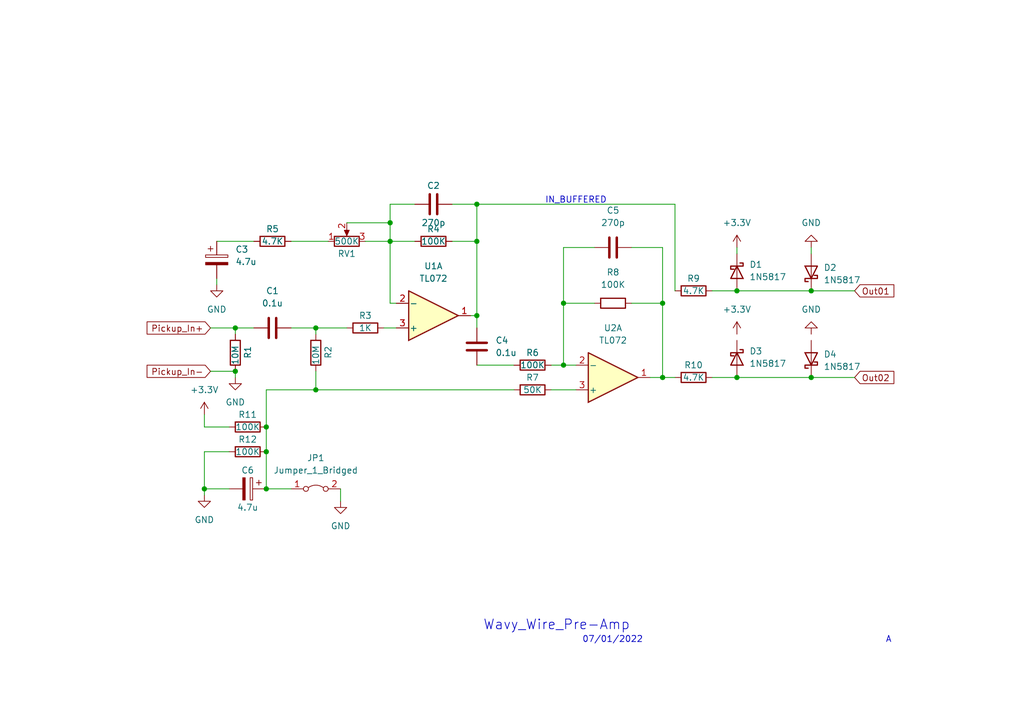
<source format=kicad_sch>
(kicad_sch (version 20211123) (generator eeschema)

  (uuid 79f7470e-497c-4222-9c43-ff439ec84bb7)

  (paper "A5")

  (lib_symbols
    (symbol "Amplifier_Operational:TL072" (pin_names (offset 0.127)) (in_bom yes) (on_board yes)
      (property "Reference" "U" (id 0) (at 0 5.08 0)
        (effects (font (size 1.27 1.27)) (justify left))
      )
      (property "Value" "TL072" (id 1) (at 0 -5.08 0)
        (effects (font (size 1.27 1.27)) (justify left))
      )
      (property "Footprint" "" (id 2) (at 0 0 0)
        (effects (font (size 1.27 1.27)) hide)
      )
      (property "Datasheet" "http://www.ti.com/lit/ds/symlink/tl071.pdf" (id 3) (at 0 0 0)
        (effects (font (size 1.27 1.27)) hide)
      )
      (property "ki_locked" "" (id 4) (at 0 0 0)
        (effects (font (size 1.27 1.27)))
      )
      (property "ki_keywords" "dual opamp" (id 5) (at 0 0 0)
        (effects (font (size 1.27 1.27)) hide)
      )
      (property "ki_description" "Dual Low-Noise JFET-Input Operational Amplifiers, DIP-8/SOIC-8" (id 6) (at 0 0 0)
        (effects (font (size 1.27 1.27)) hide)
      )
      (property "ki_fp_filters" "SOIC*3.9x4.9mm*P1.27mm* DIP*W7.62mm* TO*99* OnSemi*Micro8* TSSOP*3x3mm*P0.65mm* TSSOP*4.4x3mm*P0.65mm* MSOP*3x3mm*P0.65mm* SSOP*3.9x4.9mm*P0.635mm* LFCSP*2x2mm*P0.5mm* *SIP* SOIC*5.3x6.2mm*P1.27mm*" (id 7) (at 0 0 0)
        (effects (font (size 1.27 1.27)) hide)
      )
      (symbol "TL072_1_1"
        (polyline
          (pts
            (xy -5.08 5.08)
            (xy 5.08 0)
            (xy -5.08 -5.08)
            (xy -5.08 5.08)
          )
          (stroke (width 0.254) (type default) (color 0 0 0 0))
          (fill (type background))
        )
        (pin output line (at 7.62 0 180) (length 2.54)
          (name "~" (effects (font (size 1.27 1.27))))
          (number "1" (effects (font (size 1.27 1.27))))
        )
        (pin input line (at -7.62 -2.54 0) (length 2.54)
          (name "-" (effects (font (size 1.27 1.27))))
          (number "2" (effects (font (size 1.27 1.27))))
        )
        (pin input line (at -7.62 2.54 0) (length 2.54)
          (name "+" (effects (font (size 1.27 1.27))))
          (number "3" (effects (font (size 1.27 1.27))))
        )
      )
      (symbol "TL072_2_1"
        (polyline
          (pts
            (xy -5.08 5.08)
            (xy 5.08 0)
            (xy -5.08 -5.08)
            (xy -5.08 5.08)
          )
          (stroke (width 0.254) (type default) (color 0 0 0 0))
          (fill (type background))
        )
        (pin input line (at -7.62 2.54 0) (length 2.54)
          (name "+" (effects (font (size 1.27 1.27))))
          (number "5" (effects (font (size 1.27 1.27))))
        )
        (pin input line (at -7.62 -2.54 0) (length 2.54)
          (name "-" (effects (font (size 1.27 1.27))))
          (number "6" (effects (font (size 1.27 1.27))))
        )
        (pin output line (at 7.62 0 180) (length 2.54)
          (name "~" (effects (font (size 1.27 1.27))))
          (number "7" (effects (font (size 1.27 1.27))))
        )
      )
      (symbol "TL072_3_1"
        (pin power_in line (at -2.54 -7.62 90) (length 3.81)
          (name "V-" (effects (font (size 1.27 1.27))))
          (number "4" (effects (font (size 1.27 1.27))))
        )
        (pin power_in line (at -2.54 7.62 270) (length 3.81)
          (name "V+" (effects (font (size 1.27 1.27))))
          (number "8" (effects (font (size 1.27 1.27))))
        )
      )
    )
    (symbol "Device:C" (pin_numbers hide) (pin_names (offset 0.254)) (in_bom yes) (on_board yes)
      (property "Reference" "C" (id 0) (at 0.635 2.54 0)
        (effects (font (size 1.27 1.27)) (justify left))
      )
      (property "Value" "C" (id 1) (at 0.635 -2.54 0)
        (effects (font (size 1.27 1.27)) (justify left))
      )
      (property "Footprint" "" (id 2) (at 0.9652 -3.81 0)
        (effects (font (size 1.27 1.27)) hide)
      )
      (property "Datasheet" "~" (id 3) (at 0 0 0)
        (effects (font (size 1.27 1.27)) hide)
      )
      (property "ki_keywords" "cap capacitor" (id 4) (at 0 0 0)
        (effects (font (size 1.27 1.27)) hide)
      )
      (property "ki_description" "Unpolarized capacitor" (id 5) (at 0 0 0)
        (effects (font (size 1.27 1.27)) hide)
      )
      (property "ki_fp_filters" "C_*" (id 6) (at 0 0 0)
        (effects (font (size 1.27 1.27)) hide)
      )
      (symbol "C_0_1"
        (polyline
          (pts
            (xy -2.032 -0.762)
            (xy 2.032 -0.762)
          )
          (stroke (width 0.508) (type default) (color 0 0 0 0))
          (fill (type none))
        )
        (polyline
          (pts
            (xy -2.032 0.762)
            (xy 2.032 0.762)
          )
          (stroke (width 0.508) (type default) (color 0 0 0 0))
          (fill (type none))
        )
      )
      (symbol "C_1_1"
        (pin passive line (at 0 3.81 270) (length 2.794)
          (name "~" (effects (font (size 1.27 1.27))))
          (number "1" (effects (font (size 1.27 1.27))))
        )
        (pin passive line (at 0 -3.81 90) (length 2.794)
          (name "~" (effects (font (size 1.27 1.27))))
          (number "2" (effects (font (size 1.27 1.27))))
        )
      )
    )
    (symbol "Device:C_Polarized" (pin_numbers hide) (pin_names (offset 0.254)) (in_bom yes) (on_board yes)
      (property "Reference" "C" (id 0) (at 0.635 2.54 0)
        (effects (font (size 1.27 1.27)) (justify left))
      )
      (property "Value" "C_Polarized" (id 1) (at 0.635 -2.54 0)
        (effects (font (size 1.27 1.27)) (justify left))
      )
      (property "Footprint" "" (id 2) (at 0.9652 -3.81 0)
        (effects (font (size 1.27 1.27)) hide)
      )
      (property "Datasheet" "~" (id 3) (at 0 0 0)
        (effects (font (size 1.27 1.27)) hide)
      )
      (property "ki_keywords" "cap capacitor" (id 4) (at 0 0 0)
        (effects (font (size 1.27 1.27)) hide)
      )
      (property "ki_description" "Polarized capacitor" (id 5) (at 0 0 0)
        (effects (font (size 1.27 1.27)) hide)
      )
      (property "ki_fp_filters" "CP_*" (id 6) (at 0 0 0)
        (effects (font (size 1.27 1.27)) hide)
      )
      (symbol "C_Polarized_0_1"
        (rectangle (start -2.286 0.508) (end 2.286 1.016)
          (stroke (width 0) (type default) (color 0 0 0 0))
          (fill (type none))
        )
        (polyline
          (pts
            (xy -1.778 2.286)
            (xy -0.762 2.286)
          )
          (stroke (width 0) (type default) (color 0 0 0 0))
          (fill (type none))
        )
        (polyline
          (pts
            (xy -1.27 2.794)
            (xy -1.27 1.778)
          )
          (stroke (width 0) (type default) (color 0 0 0 0))
          (fill (type none))
        )
        (rectangle (start 2.286 -0.508) (end -2.286 -1.016)
          (stroke (width 0) (type default) (color 0 0 0 0))
          (fill (type outline))
        )
      )
      (symbol "C_Polarized_1_1"
        (pin passive line (at 0 3.81 270) (length 2.794)
          (name "~" (effects (font (size 1.27 1.27))))
          (number "1" (effects (font (size 1.27 1.27))))
        )
        (pin passive line (at 0 -3.81 90) (length 2.794)
          (name "~" (effects (font (size 1.27 1.27))))
          (number "2" (effects (font (size 1.27 1.27))))
        )
      )
    )
    (symbol "Device:R" (pin_numbers hide) (pin_names (offset 0)) (in_bom yes) (on_board yes)
      (property "Reference" "R" (id 0) (at 2.032 0 90)
        (effects (font (size 1.27 1.27)))
      )
      (property "Value" "R" (id 1) (at 0 0 90)
        (effects (font (size 1.27 1.27)))
      )
      (property "Footprint" "" (id 2) (at -1.778 0 90)
        (effects (font (size 1.27 1.27)) hide)
      )
      (property "Datasheet" "~" (id 3) (at 0 0 0)
        (effects (font (size 1.27 1.27)) hide)
      )
      (property "ki_keywords" "R res resistor" (id 4) (at 0 0 0)
        (effects (font (size 1.27 1.27)) hide)
      )
      (property "ki_description" "Resistor" (id 5) (at 0 0 0)
        (effects (font (size 1.27 1.27)) hide)
      )
      (property "ki_fp_filters" "R_*" (id 6) (at 0 0 0)
        (effects (font (size 1.27 1.27)) hide)
      )
      (symbol "R_0_1"
        (rectangle (start -1.016 -2.54) (end 1.016 2.54)
          (stroke (width 0.254) (type default) (color 0 0 0 0))
          (fill (type none))
        )
      )
      (symbol "R_1_1"
        (pin passive line (at 0 3.81 270) (length 1.27)
          (name "~" (effects (font (size 1.27 1.27))))
          (number "1" (effects (font (size 1.27 1.27))))
        )
        (pin passive line (at 0 -3.81 90) (length 1.27)
          (name "~" (effects (font (size 1.27 1.27))))
          (number "2" (effects (font (size 1.27 1.27))))
        )
      )
    )
    (symbol "Device:R_Potentiometer" (pin_names (offset 1.016) hide) (in_bom yes) (on_board yes)
      (property "Reference" "RV" (id 0) (at -4.445 0 90)
        (effects (font (size 1.27 1.27)))
      )
      (property "Value" "R_Potentiometer" (id 1) (at -2.54 0 90)
        (effects (font (size 1.27 1.27)))
      )
      (property "Footprint" "" (id 2) (at 0 0 0)
        (effects (font (size 1.27 1.27)) hide)
      )
      (property "Datasheet" "~" (id 3) (at 0 0 0)
        (effects (font (size 1.27 1.27)) hide)
      )
      (property "ki_keywords" "resistor variable" (id 4) (at 0 0 0)
        (effects (font (size 1.27 1.27)) hide)
      )
      (property "ki_description" "Potentiometer" (id 5) (at 0 0 0)
        (effects (font (size 1.27 1.27)) hide)
      )
      (property "ki_fp_filters" "Potentiometer*" (id 6) (at 0 0 0)
        (effects (font (size 1.27 1.27)) hide)
      )
      (symbol "R_Potentiometer_0_1"
        (polyline
          (pts
            (xy 2.54 0)
            (xy 1.524 0)
          )
          (stroke (width 0) (type default) (color 0 0 0 0))
          (fill (type none))
        )
        (polyline
          (pts
            (xy 1.143 0)
            (xy 2.286 0.508)
            (xy 2.286 -0.508)
            (xy 1.143 0)
          )
          (stroke (width 0) (type default) (color 0 0 0 0))
          (fill (type outline))
        )
        (rectangle (start 1.016 2.54) (end -1.016 -2.54)
          (stroke (width 0.254) (type default) (color 0 0 0 0))
          (fill (type none))
        )
      )
      (symbol "R_Potentiometer_1_1"
        (pin passive line (at 0 3.81 270) (length 1.27)
          (name "1" (effects (font (size 1.27 1.27))))
          (number "1" (effects (font (size 1.27 1.27))))
        )
        (pin passive line (at 3.81 0 180) (length 1.27)
          (name "2" (effects (font (size 1.27 1.27))))
          (number "2" (effects (font (size 1.27 1.27))))
        )
        (pin passive line (at 0 -3.81 90) (length 1.27)
          (name "3" (effects (font (size 1.27 1.27))))
          (number "3" (effects (font (size 1.27 1.27))))
        )
      )
    )
    (symbol "Diode:1N5817" (pin_numbers hide) (pin_names (offset 1.016) hide) (in_bom yes) (on_board yes)
      (property "Reference" "D" (id 0) (at 0 2.54 0)
        (effects (font (size 1.27 1.27)))
      )
      (property "Value" "1N5817" (id 1) (at 0 -2.54 0)
        (effects (font (size 1.27 1.27)))
      )
      (property "Footprint" "Diode_THT:D_DO-41_SOD81_P10.16mm_Horizontal" (id 2) (at 0 -4.445 0)
        (effects (font (size 1.27 1.27)) hide)
      )
      (property "Datasheet" "http://www.vishay.com/docs/88525/1n5817.pdf" (id 3) (at 0 0 0)
        (effects (font (size 1.27 1.27)) hide)
      )
      (property "ki_keywords" "diode Schottky" (id 4) (at 0 0 0)
        (effects (font (size 1.27 1.27)) hide)
      )
      (property "ki_description" "20V 1A Schottky Barrier Rectifier Diode, DO-41" (id 5) (at 0 0 0)
        (effects (font (size 1.27 1.27)) hide)
      )
      (property "ki_fp_filters" "D*DO?41*" (id 6) (at 0 0 0)
        (effects (font (size 1.27 1.27)) hide)
      )
      (symbol "1N5817_0_1"
        (polyline
          (pts
            (xy 1.27 0)
            (xy -1.27 0)
          )
          (stroke (width 0) (type default) (color 0 0 0 0))
          (fill (type none))
        )
        (polyline
          (pts
            (xy 1.27 1.27)
            (xy 1.27 -1.27)
            (xy -1.27 0)
            (xy 1.27 1.27)
          )
          (stroke (width 0.254) (type default) (color 0 0 0 0))
          (fill (type none))
        )
        (polyline
          (pts
            (xy -1.905 0.635)
            (xy -1.905 1.27)
            (xy -1.27 1.27)
            (xy -1.27 -1.27)
            (xy -0.635 -1.27)
            (xy -0.635 -0.635)
          )
          (stroke (width 0.254) (type default) (color 0 0 0 0))
          (fill (type none))
        )
      )
      (symbol "1N5817_1_1"
        (pin passive line (at -3.81 0 0) (length 2.54)
          (name "K" (effects (font (size 1.27 1.27))))
          (number "1" (effects (font (size 1.27 1.27))))
        )
        (pin passive line (at 3.81 0 180) (length 2.54)
          (name "A" (effects (font (size 1.27 1.27))))
          (number "2" (effects (font (size 1.27 1.27))))
        )
      )
    )
    (symbol "Jumper:Jumper_2_Bridged" (pin_names (offset 0) hide) (in_bom yes) (on_board yes)
      (property "Reference" "JP" (id 0) (at 0 1.905 0)
        (effects (font (size 1.27 1.27)))
      )
      (property "Value" "Jumper_2_Bridged" (id 1) (at 0 -2.54 0)
        (effects (font (size 1.27 1.27)))
      )
      (property "Footprint" "" (id 2) (at 0 0 0)
        (effects (font (size 1.27 1.27)) hide)
      )
      (property "Datasheet" "~" (id 3) (at 0 0 0)
        (effects (font (size 1.27 1.27)) hide)
      )
      (property "ki_keywords" "Jumper SPST" (id 4) (at 0 0 0)
        (effects (font (size 1.27 1.27)) hide)
      )
      (property "ki_description" "Jumper, 2-pole, closed/bridged" (id 5) (at 0 0 0)
        (effects (font (size 1.27 1.27)) hide)
      )
      (property "ki_fp_filters" "Jumper* TestPoint*2Pads* TestPoint*Bridge*" (id 6) (at 0 0 0)
        (effects (font (size 1.27 1.27)) hide)
      )
      (symbol "Jumper_2_Bridged_0_0"
        (circle (center -2.032 0) (radius 0.508)
          (stroke (width 0) (type default) (color 0 0 0 0))
          (fill (type none))
        )
        (circle (center 2.032 0) (radius 0.508)
          (stroke (width 0) (type default) (color 0 0 0 0))
          (fill (type none))
        )
      )
      (symbol "Jumper_2_Bridged_0_1"
        (arc (start 1.524 0.254) (mid 0 0.762) (end -1.524 0.254)
          (stroke (width 0) (type default) (color 0 0 0 0))
          (fill (type none))
        )
      )
      (symbol "Jumper_2_Bridged_1_1"
        (pin passive line (at -5.08 0 0) (length 2.54)
          (name "A" (effects (font (size 1.27 1.27))))
          (number "1" (effects (font (size 1.27 1.27))))
        )
        (pin passive line (at 5.08 0 180) (length 2.54)
          (name "B" (effects (font (size 1.27 1.27))))
          (number "2" (effects (font (size 1.27 1.27))))
        )
      )
    )
    (symbol "power:+3.3V" (power) (pin_names (offset 0)) (in_bom yes) (on_board yes)
      (property "Reference" "#PWR" (id 0) (at 0 -3.81 0)
        (effects (font (size 1.27 1.27)) hide)
      )
      (property "Value" "+3.3V" (id 1) (at 0 3.556 0)
        (effects (font (size 1.27 1.27)))
      )
      (property "Footprint" "" (id 2) (at 0 0 0)
        (effects (font (size 1.27 1.27)) hide)
      )
      (property "Datasheet" "" (id 3) (at 0 0 0)
        (effects (font (size 1.27 1.27)) hide)
      )
      (property "ki_keywords" "power-flag" (id 4) (at 0 0 0)
        (effects (font (size 1.27 1.27)) hide)
      )
      (property "ki_description" "Power symbol creates a global label with name \"+3.3V\"" (id 5) (at 0 0 0)
        (effects (font (size 1.27 1.27)) hide)
      )
      (symbol "+3.3V_0_1"
        (polyline
          (pts
            (xy -0.762 1.27)
            (xy 0 2.54)
          )
          (stroke (width 0) (type default) (color 0 0 0 0))
          (fill (type none))
        )
        (polyline
          (pts
            (xy 0 0)
            (xy 0 2.54)
          )
          (stroke (width 0) (type default) (color 0 0 0 0))
          (fill (type none))
        )
        (polyline
          (pts
            (xy 0 2.54)
            (xy 0.762 1.27)
          )
          (stroke (width 0) (type default) (color 0 0 0 0))
          (fill (type none))
        )
      )
      (symbol "+3.3V_1_1"
        (pin power_in line (at 0 0 90) (length 0) hide
          (name "+3.3V" (effects (font (size 1.27 1.27))))
          (number "1" (effects (font (size 1.27 1.27))))
        )
      )
    )
    (symbol "power:GND" (power) (pin_names (offset 0)) (in_bom yes) (on_board yes)
      (property "Reference" "#PWR" (id 0) (at 0 -6.35 0)
        (effects (font (size 1.27 1.27)) hide)
      )
      (property "Value" "GND" (id 1) (at 0 -3.81 0)
        (effects (font (size 1.27 1.27)))
      )
      (property "Footprint" "" (id 2) (at 0 0 0)
        (effects (font (size 1.27 1.27)) hide)
      )
      (property "Datasheet" "" (id 3) (at 0 0 0)
        (effects (font (size 1.27 1.27)) hide)
      )
      (property "ki_keywords" "power-flag" (id 4) (at 0 0 0)
        (effects (font (size 1.27 1.27)) hide)
      )
      (property "ki_description" "Power symbol creates a global label with name \"GND\" , ground" (id 5) (at 0 0 0)
        (effects (font (size 1.27 1.27)) hide)
      )
      (symbol "GND_0_1"
        (polyline
          (pts
            (xy 0 0)
            (xy 0 -1.27)
            (xy 1.27 -1.27)
            (xy 0 -2.54)
            (xy -1.27 -1.27)
            (xy 0 -1.27)
          )
          (stroke (width 0) (type default) (color 0 0 0 0))
          (fill (type none))
        )
      )
      (symbol "GND_1_1"
        (pin power_in line (at 0 0 270) (length 0) hide
          (name "GND" (effects (font (size 1.27 1.27))))
          (number "1" (effects (font (size 1.27 1.27))))
        )
      )
    )
  )

  (junction (at 80.01 45.72) (diameter 0) (color 0 0 0 0)
    (uuid 0effc98a-12c9-427b-bdac-7b9b3e53939b)
  )
  (junction (at 166.37 59.69) (diameter 0) (color 0 0 0 0)
    (uuid 0faa3749-8606-4970-87f7-f750d746ce67)
  )
  (junction (at 54.61 92.71) (diameter 0) (color 0 0 0 0)
    (uuid 23362737-ebfa-41f9-8605-93945f4157d8)
  )
  (junction (at 97.79 64.77) (diameter 0) (color 0 0 0 0)
    (uuid 36b26d0d-f48f-45ae-beb3-48a35c05cc09)
  )
  (junction (at 64.77 67.31) (diameter 0) (color 0 0 0 0)
    (uuid 37174413-ed70-4d4f-9a3a-895eadf325bd)
  )
  (junction (at 115.57 74.93) (diameter 0) (color 0 0 0 0)
    (uuid 38ec4164-c523-4697-8d1a-48a7d152cf3f)
  )
  (junction (at 48.26 67.31) (diameter 0) (color 0 0 0 0)
    (uuid 3bd58053-b0fd-45e9-8871-35d7ecd38a5a)
  )
  (junction (at 151.13 77.47) (diameter 0) (color 0 0 0 0)
    (uuid 4426c007-51b9-45e2-98a3-8fd725c74b24)
  )
  (junction (at 41.91 100.33) (diameter 0) (color 0 0 0 0)
    (uuid 6da45179-4aba-4180-827f-29960e8aa99c)
  )
  (junction (at 80.01 49.53) (diameter 0) (color 0 0 0 0)
    (uuid 75d9f666-4fe6-4f35-acd1-e37401c037ca)
  )
  (junction (at 64.77 80.01) (diameter 0) (color 0 0 0 0)
    (uuid 98ed4eca-3dd8-48f1-8fee-d3bd6fa12faf)
  )
  (junction (at 97.79 49.53) (diameter 0) (color 0 0 0 0)
    (uuid a1a2d430-b057-49fd-8172-b518753863a3)
  )
  (junction (at 54.61 87.63) (diameter 0) (color 0 0 0 0)
    (uuid a1ac86ef-372f-4d7a-a22c-8edf5653827e)
  )
  (junction (at 135.89 77.47) (diameter 0) (color 0 0 0 0)
    (uuid a203c432-b0f9-41c2-971a-4d4e1eca0cdb)
  )
  (junction (at 97.79 41.91) (diameter 0) (color 0 0 0 0)
    (uuid a35b12b1-3882-4c72-9e5d-5c5ff77fed4b)
  )
  (junction (at 54.61 100.33) (diameter 0) (color 0 0 0 0)
    (uuid b5031b84-b0ab-4d58-97b4-da489a62f395)
  )
  (junction (at 166.37 77.47) (diameter 0) (color 0 0 0 0)
    (uuid c7fff6da-0d4f-4aaa-b8e9-5f7060df8050)
  )
  (junction (at 151.13 59.69) (diameter 0) (color 0 0 0 0)
    (uuid cb17ea89-f2e9-416b-96fe-7452e03685dd)
  )
  (junction (at 48.26 76.2) (diameter 0) (color 0 0 0 0)
    (uuid e32f3cd6-f91f-4f55-a257-337064b95378)
  )
  (junction (at 115.57 62.23) (diameter 0) (color 0 0 0 0)
    (uuid f3291d4d-10c5-49e2-a414-5477f04ab6ff)
  )
  (junction (at 135.89 62.23) (diameter 0) (color 0 0 0 0)
    (uuid feef30de-4cf3-401d-bf9c-8b4519c95cf7)
  )

  (wire (pts (xy 59.69 49.53) (xy 67.31 49.53))
    (stroke (width 0) (type default) (color 0 0 0 0))
    (uuid 0394fbde-0ead-4e65-b764-4b66f763410c)
  )
  (wire (pts (xy 64.77 76.2) (xy 64.77 80.01))
    (stroke (width 0) (type default) (color 0 0 0 0))
    (uuid 064f2de6-8196-42bf-992b-57687dd9caef)
  )
  (wire (pts (xy 41.91 100.33) (xy 41.91 101.6))
    (stroke (width 0) (type default) (color 0 0 0 0))
    (uuid 0d3f77a1-c8a6-4856-83d0-43ba15a66911)
  )
  (wire (pts (xy 54.61 100.33) (xy 59.69 100.33))
    (stroke (width 0) (type default) (color 0 0 0 0))
    (uuid 0dabe9e9-2ba4-4e1c-b2e1-455a8109e1f5)
  )
  (wire (pts (xy 115.57 74.93) (xy 118.11 74.93))
    (stroke (width 0) (type default) (color 0 0 0 0))
    (uuid 16a97022-1b86-476c-8044-a6f68c1112f5)
  )
  (wire (pts (xy 97.79 41.91) (xy 138.43 41.91))
    (stroke (width 0) (type default) (color 0 0 0 0))
    (uuid 16d5f2ca-6fdb-4da4-a9f1-6a1ff7deb09c)
  )
  (wire (pts (xy 166.37 59.69) (xy 175.26 59.69))
    (stroke (width 0) (type default) (color 0 0 0 0))
    (uuid 1b9e7b3c-9bd9-48bd-ba77-1ef12c858f96)
  )
  (wire (pts (xy 129.54 62.23) (xy 135.89 62.23))
    (stroke (width 0) (type default) (color 0 0 0 0))
    (uuid 1f6e5a44-a26f-4b6a-92f2-aae08e82e130)
  )
  (wire (pts (xy 59.69 67.31) (xy 64.77 67.31))
    (stroke (width 0) (type default) (color 0 0 0 0))
    (uuid 22290878-2d65-4c07-981d-f455b1dc3476)
  )
  (wire (pts (xy 121.92 50.8) (xy 115.57 50.8))
    (stroke (width 0) (type default) (color 0 0 0 0))
    (uuid 272dfc11-2ba0-451a-ba6c-30afd5299806)
  )
  (wire (pts (xy 129.54 50.8) (xy 135.89 50.8))
    (stroke (width 0) (type default) (color 0 0 0 0))
    (uuid 2b46876d-48e8-46c3-a40b-2235be337fb5)
  )
  (wire (pts (xy 74.93 49.53) (xy 80.01 49.53))
    (stroke (width 0) (type default) (color 0 0 0 0))
    (uuid 307dfb12-f1a6-490f-89ef-f329a9f77582)
  )
  (wire (pts (xy 135.89 77.47) (xy 135.89 62.23))
    (stroke (width 0) (type default) (color 0 0 0 0))
    (uuid 30a678ed-434e-45ff-81b0-24e830e617fb)
  )
  (wire (pts (xy 64.77 67.31) (xy 71.12 67.31))
    (stroke (width 0) (type default) (color 0 0 0 0))
    (uuid 3b732920-3d98-4109-b40f-25c04efa0ac2)
  )
  (wire (pts (xy 48.26 67.31) (xy 52.07 67.31))
    (stroke (width 0) (type default) (color 0 0 0 0))
    (uuid 3b9788e7-3f90-4150-987b-ec92356fb689)
  )
  (wire (pts (xy 54.61 87.63) (xy 54.61 92.71))
    (stroke (width 0) (type default) (color 0 0 0 0))
    (uuid 3cbe0a84-51a1-4288-a51c-373435ba90f6)
  )
  (wire (pts (xy 41.91 85.09) (xy 41.91 87.63))
    (stroke (width 0) (type default) (color 0 0 0 0))
    (uuid 417d8767-9116-47c8-a450-df80b9b52b41)
  )
  (wire (pts (xy 146.05 77.47) (xy 151.13 77.47))
    (stroke (width 0) (type default) (color 0 0 0 0))
    (uuid 432c2cf9-d737-4d68-a8cb-02bc1d6f22ef)
  )
  (wire (pts (xy 41.91 92.71) (xy 41.91 100.33))
    (stroke (width 0) (type default) (color 0 0 0 0))
    (uuid 50b4f59d-c5f4-49a6-ac37-5ed4e1a8e59d)
  )
  (wire (pts (xy 97.79 64.77) (xy 97.79 49.53))
    (stroke (width 0) (type default) (color 0 0 0 0))
    (uuid 582c6937-c0fb-43f1-aaf3-a21634066f4a)
  )
  (wire (pts (xy 64.77 80.01) (xy 54.61 80.01))
    (stroke (width 0) (type default) (color 0 0 0 0))
    (uuid 59283f7c-9885-4ca5-8eba-71d0b409d333)
  )
  (wire (pts (xy 92.71 41.91) (xy 97.79 41.91))
    (stroke (width 0) (type default) (color 0 0 0 0))
    (uuid 5eb394a6-86c4-4067-a66d-6d365785fcad)
  )
  (wire (pts (xy 97.79 74.93) (xy 105.41 74.93))
    (stroke (width 0) (type default) (color 0 0 0 0))
    (uuid 5f2b4c96-674e-4072-90a5-c1df17e6b8e2)
  )
  (wire (pts (xy 54.61 80.01) (xy 54.61 87.63))
    (stroke (width 0) (type default) (color 0 0 0 0))
    (uuid 5fd3bf92-2ae8-4eb6-b896-450b73e14e71)
  )
  (wire (pts (xy 80.01 45.72) (xy 80.01 49.53))
    (stroke (width 0) (type default) (color 0 0 0 0))
    (uuid 60d99be9-eabe-4d1c-9f23-bf3129f96112)
  )
  (wire (pts (xy 121.92 62.23) (xy 115.57 62.23))
    (stroke (width 0) (type default) (color 0 0 0 0))
    (uuid 67c12bc8-c405-4bab-b4be-8c335628ecd1)
  )
  (wire (pts (xy 48.26 76.2) (xy 48.26 77.47))
    (stroke (width 0) (type default) (color 0 0 0 0))
    (uuid 695b5857-2c9a-4081-8f1c-80017cd65f2b)
  )
  (wire (pts (xy 135.89 77.47) (xy 138.43 77.47))
    (stroke (width 0) (type default) (color 0 0 0 0))
    (uuid 6c306dfc-267e-48ec-9f7d-ab9c3577153c)
  )
  (wire (pts (xy 85.09 41.91) (xy 80.01 41.91))
    (stroke (width 0) (type default) (color 0 0 0 0))
    (uuid 6c774029-bfdf-4583-964b-83a1cb165a25)
  )
  (wire (pts (xy 115.57 62.23) (xy 115.57 74.93))
    (stroke (width 0) (type default) (color 0 0 0 0))
    (uuid 6cc8825f-e687-4662-a80c-bdee02ff32b4)
  )
  (wire (pts (xy 138.43 59.69) (xy 138.43 41.91))
    (stroke (width 0) (type default) (color 0 0 0 0))
    (uuid 6f40c56b-76ea-41cf-9ba9-af8fc76dc9a6)
  )
  (wire (pts (xy 151.13 77.47) (xy 166.37 77.47))
    (stroke (width 0) (type default) (color 0 0 0 0))
    (uuid 74f6f1f4-7148-463d-89bf-01ebfaf1dc4a)
  )
  (wire (pts (xy 80.01 41.91) (xy 80.01 45.72))
    (stroke (width 0) (type default) (color 0 0 0 0))
    (uuid 7667b27b-b3a3-4613-a3fb-bba561bb718f)
  )
  (wire (pts (xy 43.18 76.2) (xy 48.26 76.2))
    (stroke (width 0) (type default) (color 0 0 0 0))
    (uuid 767f19ef-dc24-40d5-bdba-106bc8a6f787)
  )
  (wire (pts (xy 71.12 45.72) (xy 80.01 45.72))
    (stroke (width 0) (type default) (color 0 0 0 0))
    (uuid 7aeea462-49d7-401c-81ae-9bb37ded2452)
  )
  (wire (pts (xy 151.13 50.8) (xy 151.13 52.07))
    (stroke (width 0) (type default) (color 0 0 0 0))
    (uuid 7bdeb232-1945-4a55-9170-8790028499f2)
  )
  (wire (pts (xy 41.91 100.33) (xy 46.99 100.33))
    (stroke (width 0) (type default) (color 0 0 0 0))
    (uuid 7d8ecaa9-5e5d-4c7e-8abf-4cb1fd5713fe)
  )
  (wire (pts (xy 151.13 59.69) (xy 166.37 59.69))
    (stroke (width 0) (type default) (color 0 0 0 0))
    (uuid 86dc0dc3-e5c0-4278-9ad8-a4a2ed3e1d40)
  )
  (wire (pts (xy 113.03 74.93) (xy 115.57 74.93))
    (stroke (width 0) (type default) (color 0 0 0 0))
    (uuid 86f750cf-b92e-4683-904f-823c8b3e18b0)
  )
  (wire (pts (xy 78.74 67.31) (xy 81.28 67.31))
    (stroke (width 0) (type default) (color 0 0 0 0))
    (uuid 875d2ac8-2a0c-4538-a752-831043d5b1ec)
  )
  (wire (pts (xy 69.85 100.33) (xy 69.85 102.87))
    (stroke (width 0) (type default) (color 0 0 0 0))
    (uuid 90790bf2-75c3-4208-9bb5-ec996babbaa6)
  )
  (wire (pts (xy 105.41 80.01) (xy 64.77 80.01))
    (stroke (width 0) (type default) (color 0 0 0 0))
    (uuid 9610a522-dc4a-4f55-ad5c-5925a4ec266c)
  )
  (wire (pts (xy 115.57 50.8) (xy 115.57 62.23))
    (stroke (width 0) (type default) (color 0 0 0 0))
    (uuid 9c7ff20f-723f-4b71-b806-a96512b65ef3)
  )
  (wire (pts (xy 54.61 92.71) (xy 54.61 100.33))
    (stroke (width 0) (type default) (color 0 0 0 0))
    (uuid a08ffece-97dd-4e93-a050-bbf3f0b6d8eb)
  )
  (wire (pts (xy 146.05 59.69) (xy 151.13 59.69))
    (stroke (width 0) (type default) (color 0 0 0 0))
    (uuid a11c5796-7bbb-4168-895e-fdf1f73025e5)
  )
  (wire (pts (xy 133.35 77.47) (xy 135.89 77.47))
    (stroke (width 0) (type default) (color 0 0 0 0))
    (uuid a798c265-7ba8-4d28-a27c-5dfd55ba3ce6)
  )
  (wire (pts (xy 46.99 92.71) (xy 41.91 92.71))
    (stroke (width 0) (type default) (color 0 0 0 0))
    (uuid aa08806e-2737-4bd1-b94d-58076e9679be)
  )
  (wire (pts (xy 43.18 67.31) (xy 48.26 67.31))
    (stroke (width 0) (type default) (color 0 0 0 0))
    (uuid ad7d96de-01d1-4351-835a-24664867c9f6)
  )
  (wire (pts (xy 96.52 64.77) (xy 97.79 64.77))
    (stroke (width 0) (type default) (color 0 0 0 0))
    (uuid b3361d4d-304b-4675-8f17-c2031bd07112)
  )
  (wire (pts (xy 44.45 49.53) (xy 52.07 49.53))
    (stroke (width 0) (type default) (color 0 0 0 0))
    (uuid b7bfdc5b-f85c-4fe8-8153-00c1902d100b)
  )
  (wire (pts (xy 80.01 62.23) (xy 80.01 49.53))
    (stroke (width 0) (type default) (color 0 0 0 0))
    (uuid b9e788cf-6623-4ca7-9c94-b7a8dc42de6b)
  )
  (wire (pts (xy 97.79 64.77) (xy 97.79 67.31))
    (stroke (width 0) (type default) (color 0 0 0 0))
    (uuid c3d36fb1-8911-42d3-b4db-ea9c363b1d4b)
  )
  (wire (pts (xy 166.37 50.8) (xy 166.37 52.07))
    (stroke (width 0) (type default) (color 0 0 0 0))
    (uuid c669d488-c566-470b-87d3-0b1c5e6a3f7e)
  )
  (wire (pts (xy 166.37 77.47) (xy 175.26 77.47))
    (stroke (width 0) (type default) (color 0 0 0 0))
    (uuid c6dae14e-3fce-4001-8439-d860369f8430)
  )
  (wire (pts (xy 64.77 67.31) (xy 64.77 68.58))
    (stroke (width 0) (type default) (color 0 0 0 0))
    (uuid c8e3ce4c-3620-42f9-b79c-a9b053250823)
  )
  (wire (pts (xy 44.45 57.15) (xy 44.45 58.42))
    (stroke (width 0) (type default) (color 0 0 0 0))
    (uuid cd098f20-df21-481b-a434-c2769b855ac5)
  )
  (wire (pts (xy 97.79 49.53) (xy 97.79 41.91))
    (stroke (width 0) (type default) (color 0 0 0 0))
    (uuid d53953a4-3849-4f11-879b-39a9c3351fe8)
  )
  (wire (pts (xy 135.89 50.8) (xy 135.89 62.23))
    (stroke (width 0) (type default) (color 0 0 0 0))
    (uuid d54dea0f-b609-4980-9ea7-fb2d7a2b42b9)
  )
  (wire (pts (xy 113.03 80.01) (xy 118.11 80.01))
    (stroke (width 0) (type default) (color 0 0 0 0))
    (uuid df53b1bd-8a31-481f-8e87-18fc7c74db49)
  )
  (wire (pts (xy 81.28 62.23) (xy 80.01 62.23))
    (stroke (width 0) (type default) (color 0 0 0 0))
    (uuid e2579035-070c-4ad6-9842-3f2999398317)
  )
  (wire (pts (xy 92.71 49.53) (xy 97.79 49.53))
    (stroke (width 0) (type default) (color 0 0 0 0))
    (uuid e5cb557f-e1d8-44c5-8e6b-41bd1a6d1df4)
  )
  (wire (pts (xy 48.26 68.58) (xy 48.26 67.31))
    (stroke (width 0) (type default) (color 0 0 0 0))
    (uuid ec593ae3-ba6e-4218-9249-a83cdf35a0ee)
  )
  (wire (pts (xy 41.91 87.63) (xy 46.99 87.63))
    (stroke (width 0) (type default) (color 0 0 0 0))
    (uuid ee1ecfd4-a858-4c40-b467-b0d488521188)
  )
  (wire (pts (xy 80.01 49.53) (xy 85.09 49.53))
    (stroke (width 0) (type default) (color 0 0 0 0))
    (uuid f4961349-5807-413f-bd3f-b1b4a8680e6a)
  )

  (text "A" (at 181.61 132.08 0)
    (effects (font (size 1.27 1.27)) (justify left bottom))
    (uuid 2bccdfbd-71f8-471a-a9b1-732c8ab412dd)
  )
  (text "07/01/2022\n" (at 119.38 132.08 0)
    (effects (font (size 1.27 1.27)) (justify left bottom))
    (uuid 771bf66a-f5d5-4454-9ff4-e901671d6b58)
  )
  (text "Wavy_Wire_Pre-Amp\n" (at 99.06 129.54 0)
    (effects (font (size 2 2)) (justify left bottom))
    (uuid c0d29a3b-5ba1-4ce2-954b-5cc2e61169de)
  )
  (text "IN_BUFFERED\n" (at 111.76 41.91 0)
    (effects (font (size 1.27 1.27)) (justify left bottom))
    (uuid cb9f8a8c-20e6-4b07-835a-2115e8737176)
  )

  (global_label "Pickup_In-" (shape input) (at 43.18 76.2 180) (fields_autoplaced)
    (effects (font (size 1.27 1.27)) (justify right))
    (uuid 6a01ea19-0d52-4bd0-a523-66bfbedaca12)
    (property "Intersheet References" "${INTERSHEET_REFS}" (id 0) (at 30.1836 76.1206 0)
      (effects (font (size 1.27 1.27)) (justify right) hide)
    )
  )
  (global_label "Pickup_In+" (shape input) (at 43.18 67.31 180) (fields_autoplaced)
    (effects (font (size 1.27 1.27)) (justify right))
    (uuid 6bfffb88-a9f9-45c4-9b29-f86f71f19c2b)
    (property "Intersheet References" "${INTERSHEET_REFS}" (id 0) (at 30.1836 67.2306 0)
      (effects (font (size 1.27 1.27)) (justify right) hide)
    )
  )
  (global_label "Out01" (shape input) (at 175.26 59.69 0) (fields_autoplaced)
    (effects (font (size 1.27 1.27)) (justify left))
    (uuid a73771a5-93b1-43c0-92a4-3683a4b8f98b)
    (property "Intersheet References" "${INTERSHEET_REFS}" (id 0) (at 183.2974 59.6106 0)
      (effects (font (size 1.27 1.27)) (justify left) hide)
    )
  )
  (global_label "Out02" (shape input) (at 175.26 77.47 0) (fields_autoplaced)
    (effects (font (size 1.27 1.27)) (justify left))
    (uuid b9e747c3-d2e6-4fef-a0ac-0a86f8dd8564)
    (property "Intersheet References" "${INTERSHEET_REFS}" (id 0) (at 183.2974 77.3906 0)
      (effects (font (size 1.27 1.27)) (justify left) hide)
    )
  )

  (symbol (lib_id "Diode:1N5817") (at 166.37 73.66 90) (unit 1)
    (in_bom yes) (on_board yes) (fields_autoplaced)
    (uuid 00ea3de9-2f1e-4d89-ae2f-d8e2c847d875)
    (property "Reference" "D4" (id 0) (at 168.91 72.7074 90)
      (effects (font (size 1.27 1.27)) (justify right))
    )
    (property "Value" "1N5817" (id 1) (at 168.91 75.2474 90)
      (effects (font (size 1.27 1.27)) (justify right))
    )
    (property "Footprint" "Diode_THT:D_DO-41_SOD81_P10.16mm_Horizontal" (id 2) (at 170.815 73.66 0)
      (effects (font (size 1.27 1.27)) hide)
    )
    (property "Datasheet" "http://www.vishay.com/docs/88525/1n5817.pdf" (id 3) (at 166.37 73.66 0)
      (effects (font (size 1.27 1.27)) hide)
    )
    (pin "1" (uuid 1829a6ad-4f02-412f-beac-71ced900befb))
    (pin "2" (uuid eb022f7f-7344-4ad6-94d6-6434bad49959))
  )

  (symbol (lib_id "Diode:1N5817") (at 151.13 73.66 270) (unit 1)
    (in_bom yes) (on_board yes) (fields_autoplaced)
    (uuid 0846d44a-15c2-4e75-bebf-d3153584145a)
    (property "Reference" "D3" (id 0) (at 153.67 72.0724 90)
      (effects (font (size 1.27 1.27)) (justify left))
    )
    (property "Value" "1N5817" (id 1) (at 153.67 74.6124 90)
      (effects (font (size 1.27 1.27)) (justify left))
    )
    (property "Footprint" "Diode_THT:D_DO-41_SOD81_P10.16mm_Horizontal" (id 2) (at 146.685 73.66 0)
      (effects (font (size 1.27 1.27)) hide)
    )
    (property "Datasheet" "http://www.vishay.com/docs/88525/1n5817.pdf" (id 3) (at 151.13 73.66 0)
      (effects (font (size 1.27 1.27)) hide)
    )
    (pin "1" (uuid 4f094086-7e23-4648-9357-b23adc2ce2c3))
    (pin "2" (uuid 6bf04217-1e47-4566-8729-e0c7351252e4))
  )

  (symbol (lib_id "Device:C") (at 125.73 50.8 90) (unit 1)
    (in_bom yes) (on_board yes) (fields_autoplaced)
    (uuid 1c2c4ebd-d145-4990-8bcc-c0a1b1c80b82)
    (property "Reference" "C5" (id 0) (at 125.73 43.18 90))
    (property "Value" "270p" (id 1) (at 125.73 45.72 90))
    (property "Footprint" "" (id 2) (at 129.54 49.8348 0)
      (effects (font (size 1.27 1.27)) hide)
    )
    (property "Datasheet" "~" (id 3) (at 125.73 50.8 0)
      (effects (font (size 1.27 1.27)) hide)
    )
    (pin "1" (uuid 1e9997d2-e941-41bf-ac9d-1ec2f28bd8af))
    (pin "2" (uuid c86aed8d-3505-4d52-80b2-e9d4ca27cd70))
  )

  (symbol (lib_id "Device:R") (at 142.24 77.47 90) (unit 1)
    (in_bom yes) (on_board yes)
    (uuid 209140b5-0f61-45f0-9887-85f19aa27565)
    (property "Reference" "R10" (id 0) (at 142.24 74.93 90))
    (property "Value" "4.7K" (id 1) (at 142.24 77.47 90))
    (property "Footprint" "" (id 2) (at 142.24 79.248 90)
      (effects (font (size 1.27 1.27)) hide)
    )
    (property "Datasheet" "~" (id 3) (at 142.24 77.47 0)
      (effects (font (size 1.27 1.27)) hide)
    )
    (pin "1" (uuid 132f2231-96c2-4aed-a9c8-7366f4b1a0dd))
    (pin "2" (uuid b594c89a-e6ba-414e-82ad-15a78b838513))
  )

  (symbol (lib_id "power:GND") (at 41.91 101.6 0) (unit 1)
    (in_bom yes) (on_board yes) (fields_autoplaced)
    (uuid 24b50665-4761-4775-b721-e9b8711e165e)
    (property "Reference" "#PWR02" (id 0) (at 41.91 107.95 0)
      (effects (font (size 1.27 1.27)) hide)
    )
    (property "Value" "GND" (id 1) (at 41.91 106.68 0))
    (property "Footprint" "" (id 2) (at 41.91 101.6 0)
      (effects (font (size 1.27 1.27)) hide)
    )
    (property "Datasheet" "" (id 3) (at 41.91 101.6 0)
      (effects (font (size 1.27 1.27)) hide)
    )
    (pin "1" (uuid 5545caae-06f6-4aaa-839c-4e19a40fac5b))
  )

  (symbol (lib_id "Device:C") (at 55.88 67.31 90) (unit 1)
    (in_bom yes) (on_board yes) (fields_autoplaced)
    (uuid 39022b56-cb67-4498-9267-579965abe1b7)
    (property "Reference" "C1" (id 0) (at 55.88 59.69 90))
    (property "Value" "0.1u" (id 1) (at 55.88 62.23 90))
    (property "Footprint" "" (id 2) (at 59.69 66.3448 0)
      (effects (font (size 1.27 1.27)) hide)
    )
    (property "Datasheet" "~" (id 3) (at 55.88 67.31 0)
      (effects (font (size 1.27 1.27)) hide)
    )
    (pin "1" (uuid ae89dd69-3243-44f4-a68b-1ca39cbdd24f))
    (pin "2" (uuid bb365b93-4760-45dc-b8bd-75d562b780c4))
  )

  (symbol (lib_id "Diode:1N5817") (at 151.13 55.88 270) (unit 1)
    (in_bom yes) (on_board yes) (fields_autoplaced)
    (uuid 39d58a19-b1a8-4513-9225-f2027aefe49c)
    (property "Reference" "D1" (id 0) (at 153.67 54.2924 90)
      (effects (font (size 1.27 1.27)) (justify left))
    )
    (property "Value" "1N5817" (id 1) (at 153.67 56.8324 90)
      (effects (font (size 1.27 1.27)) (justify left))
    )
    (property "Footprint" "Diode_THT:D_DO-41_SOD81_P10.16mm_Horizontal" (id 2) (at 146.685 55.88 0)
      (effects (font (size 1.27 1.27)) hide)
    )
    (property "Datasheet" "http://www.vishay.com/docs/88525/1n5817.pdf" (id 3) (at 151.13 55.88 0)
      (effects (font (size 1.27 1.27)) hide)
    )
    (pin "1" (uuid b7c5e8f6-ae8b-447b-a6fd-0c5f8ae25078))
    (pin "2" (uuid 018687fb-fd26-4a5f-9dd8-c7e769f78559))
  )

  (symbol (lib_id "power:GND") (at 69.85 102.87 0) (unit 1)
    (in_bom yes) (on_board yes) (fields_autoplaced)
    (uuid 404cee81-223a-4df6-859f-a6f5a42409e1)
    (property "Reference" "#PWR05" (id 0) (at 69.85 109.22 0)
      (effects (font (size 1.27 1.27)) hide)
    )
    (property "Value" "GND" (id 1) (at 69.85 107.95 0))
    (property "Footprint" "" (id 2) (at 69.85 102.87 0)
      (effects (font (size 1.27 1.27)) hide)
    )
    (property "Datasheet" "" (id 3) (at 69.85 102.87 0)
      (effects (font (size 1.27 1.27)) hide)
    )
    (pin "1" (uuid 3773df00-e77f-4d7d-aad7-43bc36c458bb))
  )

  (symbol (lib_id "Jumper:Jumper_2_Bridged") (at 64.77 100.33 0) (unit 1)
    (in_bom yes) (on_board yes) (fields_autoplaced)
    (uuid 414e7026-6077-47d5-8347-2b4c42a9fecd)
    (property "Reference" "JP1" (id 0) (at 64.77 93.98 0))
    (property "Value" "Jumper_1_Bridged" (id 1) (at 64.77 96.52 0))
    (property "Footprint" "" (id 2) (at 64.77 100.33 0)
      (effects (font (size 1.27 1.27)) hide)
    )
    (property "Datasheet" "~" (id 3) (at 64.77 100.33 0)
      (effects (font (size 1.27 1.27)) hide)
    )
    (pin "1" (uuid da80135f-eaa3-4c63-9f17-ae3ad2e45e19))
    (pin "2" (uuid e160924f-1ecb-4c92-8711-a033e0a79786))
  )

  (symbol (lib_id "power:GND") (at 48.26 77.47 0) (unit 1)
    (in_bom yes) (on_board yes) (fields_autoplaced)
    (uuid 42974051-477a-4263-a03f-e46b2e1962b0)
    (property "Reference" "#PWR04" (id 0) (at 48.26 83.82 0)
      (effects (font (size 1.27 1.27)) hide)
    )
    (property "Value" "GND" (id 1) (at 48.26 82.55 0))
    (property "Footprint" "" (id 2) (at 48.26 77.47 0)
      (effects (font (size 1.27 1.27)) hide)
    )
    (property "Datasheet" "" (id 3) (at 48.26 77.47 0)
      (effects (font (size 1.27 1.27)) hide)
    )
    (pin "1" (uuid 9f8e6ade-a9bb-43bc-9872-7a28f2b2d04e))
  )

  (symbol (lib_id "Device:R") (at 50.8 92.71 90) (unit 1)
    (in_bom yes) (on_board yes)
    (uuid 48c4005b-9ba7-4373-82b2-acc77fb6aa63)
    (property "Reference" "R12" (id 0) (at 50.8 90.17 90))
    (property "Value" "100K" (id 1) (at 50.8 92.71 90))
    (property "Footprint" "" (id 2) (at 50.8 94.488 90)
      (effects (font (size 1.27 1.27)) hide)
    )
    (property "Datasheet" "~" (id 3) (at 50.8 92.71 0)
      (effects (font (size 1.27 1.27)) hide)
    )
    (pin "1" (uuid 6031ad5c-1077-4381-9dfb-ac5d89feedc7))
    (pin "2" (uuid d2a0c4e6-a66e-4baf-840a-53c1a7bf5121))
  )

  (symbol (lib_id "Device:C") (at 97.79 71.12 180) (unit 1)
    (in_bom yes) (on_board yes) (fields_autoplaced)
    (uuid 580ac4b2-cf63-4fee-94c1-ad9cedfabd9c)
    (property "Reference" "C4" (id 0) (at 101.6 69.8499 0)
      (effects (font (size 1.27 1.27)) (justify right))
    )
    (property "Value" "0.1u" (id 1) (at 101.6 72.3899 0)
      (effects (font (size 1.27 1.27)) (justify right))
    )
    (property "Footprint" "" (id 2) (at 96.8248 67.31 0)
      (effects (font (size 1.27 1.27)) hide)
    )
    (property "Datasheet" "~" (id 3) (at 97.79 71.12 0)
      (effects (font (size 1.27 1.27)) hide)
    )
    (pin "1" (uuid 4aebe5d1-1de8-4132-b119-c112003dc596))
    (pin "2" (uuid aaef0f27-cad5-4c6b-a1a1-7a8282ab2eff))
  )

  (symbol (lib_id "Device:R") (at 74.93 67.31 90) (unit 1)
    (in_bom yes) (on_board yes)
    (uuid 59da79fd-fb42-4186-b9c0-f65d635b89ff)
    (property "Reference" "R3" (id 0) (at 74.93 64.77 90))
    (property "Value" "1K" (id 1) (at 74.93 67.31 90))
    (property "Footprint" "" (id 2) (at 74.93 69.088 90)
      (effects (font (size 1.27 1.27)) hide)
    )
    (property "Datasheet" "~" (id 3) (at 74.93 67.31 0)
      (effects (font (size 1.27 1.27)) hide)
    )
    (pin "1" (uuid 0572ac39-ae89-4395-bcf6-e2d03471f593))
    (pin "2" (uuid c4e1f8aa-e75d-4367-8fa7-42e2118cf386))
  )

  (symbol (lib_id "power:GND") (at 44.45 58.42 0) (unit 1)
    (in_bom yes) (on_board yes) (fields_autoplaced)
    (uuid 654ba410-2f59-410c-aaf1-5bf265999083)
    (property "Reference" "#PWR03" (id 0) (at 44.45 64.77 0)
      (effects (font (size 1.27 1.27)) hide)
    )
    (property "Value" "GND" (id 1) (at 44.45 63.5 0))
    (property "Footprint" "" (id 2) (at 44.45 58.42 0)
      (effects (font (size 1.27 1.27)) hide)
    )
    (property "Datasheet" "" (id 3) (at 44.45 58.42 0)
      (effects (font (size 1.27 1.27)) hide)
    )
    (pin "1" (uuid 246c3f3d-9557-4501-872b-6ac9f7d4307f))
  )

  (symbol (lib_id "Device:R") (at 142.24 59.69 90) (unit 1)
    (in_bom yes) (on_board yes)
    (uuid 68e85b76-2a84-4314-b194-bbba73a444ee)
    (property "Reference" "R9" (id 0) (at 142.24 57.15 90))
    (property "Value" "4.7K" (id 1) (at 142.24 59.69 90))
    (property "Footprint" "" (id 2) (at 142.24 61.468 90)
      (effects (font (size 1.27 1.27)) hide)
    )
    (property "Datasheet" "~" (id 3) (at 142.24 59.69 0)
      (effects (font (size 1.27 1.27)) hide)
    )
    (pin "1" (uuid 1adf33de-0046-4fe4-b264-6f7847e4c00a))
    (pin "2" (uuid c3e58907-9be1-43e6-bb1a-a95e83f1848c))
  )

  (symbol (lib_id "Device:C_Polarized") (at 50.8 100.33 270) (unit 1)
    (in_bom yes) (on_board yes)
    (uuid 6fb430ae-1608-4f8c-8a1d-1d7798fae015)
    (property "Reference" "C6" (id 0) (at 50.8 96.52 90))
    (property "Value" "4.7u" (id 1) (at 50.8 104.14 90))
    (property "Footprint" "" (id 2) (at 46.99 101.2952 0)
      (effects (font (size 1.27 1.27)) hide)
    )
    (property "Datasheet" "~" (id 3) (at 50.8 100.33 0)
      (effects (font (size 1.27 1.27)) hide)
    )
    (pin "1" (uuid e6601d42-32fa-4a66-9792-9e7de708bc5c))
    (pin "2" (uuid 1237b4fc-c3ae-441c-9bd4-c04a22ec906b))
  )

  (symbol (lib_id "power:GND") (at 166.37 68.58 180) (unit 1)
    (in_bom yes) (on_board yes) (fields_autoplaced)
    (uuid 7338e979-5966-4eb6-8900-3c5f785eacee)
    (property "Reference" "#PWR09" (id 0) (at 166.37 62.23 0)
      (effects (font (size 1.27 1.27)) hide)
    )
    (property "Value" "GND" (id 1) (at 166.37 63.5 0))
    (property "Footprint" "" (id 2) (at 166.37 68.58 0)
      (effects (font (size 1.27 1.27)) hide)
    )
    (property "Datasheet" "" (id 3) (at 166.37 68.58 0)
      (effects (font (size 1.27 1.27)) hide)
    )
    (pin "1" (uuid e6771083-534b-44ce-a1bb-2477fd5e60ae))
  )

  (symbol (lib_id "Device:R") (at 50.8 87.63 90) (unit 1)
    (in_bom yes) (on_board yes)
    (uuid 7b79da56-83a2-49fd-8f31-11bc942f2203)
    (property "Reference" "R11" (id 0) (at 50.8 85.09 90))
    (property "Value" "100K" (id 1) (at 50.8 87.63 90))
    (property "Footprint" "" (id 2) (at 50.8 89.408 90)
      (effects (font (size 1.27 1.27)) hide)
    )
    (property "Datasheet" "~" (id 3) (at 50.8 87.63 0)
      (effects (font (size 1.27 1.27)) hide)
    )
    (pin "1" (uuid 92688cc3-501b-4540-b77f-d11a6276b7ad))
    (pin "2" (uuid 67ac9371-b676-47a4-a092-fe712c2c6a94))
  )

  (symbol (lib_id "Device:R") (at 48.26 72.39 180) (unit 1)
    (in_bom yes) (on_board yes)
    (uuid 84f15cc7-0838-40cb-ba6d-904b4c8c5f55)
    (property "Reference" "R1" (id 0) (at 50.8 73.66 90)
      (effects (font (size 1.27 1.27)) (justify right))
    )
    (property "Value" "10M" (id 1) (at 48.26 74.93 90)
      (effects (font (size 1.27 1.27)) (justify right))
    )
    (property "Footprint" "" (id 2) (at 50.038 72.39 90)
      (effects (font (size 1.27 1.27)) hide)
    )
    (property "Datasheet" "~" (id 3) (at 48.26 72.39 0)
      (effects (font (size 1.27 1.27)) hide)
    )
    (pin "1" (uuid febd621b-0f8f-4b58-b78a-866558e6ecae))
    (pin "2" (uuid a1bbe2cb-cd2d-4f6a-a1de-558bcfd1f9b3))
  )

  (symbol (lib_id "power:GND") (at 166.37 50.8 180) (unit 1)
    (in_bom yes) (on_board yes) (fields_autoplaced)
    (uuid 878f3dbc-dc80-4c1e-9101-2caaca58e357)
    (property "Reference" "#PWR08" (id 0) (at 166.37 44.45 0)
      (effects (font (size 1.27 1.27)) hide)
    )
    (property "Value" "GND" (id 1) (at 166.37 45.72 0))
    (property "Footprint" "" (id 2) (at 166.37 50.8 0)
      (effects (font (size 1.27 1.27)) hide)
    )
    (property "Datasheet" "" (id 3) (at 166.37 50.8 0)
      (effects (font (size 1.27 1.27)) hide)
    )
    (pin "1" (uuid 43af25dc-0ee2-4852-8aa8-0c1f4b012ff2))
  )

  (symbol (lib_id "Device:C") (at 88.9 41.91 270) (unit 1)
    (in_bom yes) (on_board yes)
    (uuid 8eb04268-3ac2-4b33-ba4d-d3cdb007b9e0)
    (property "Reference" "C2" (id 0) (at 88.9 38.1 90))
    (property "Value" "270p" (id 1) (at 88.9 45.72 90))
    (property "Footprint" "" (id 2) (at 85.09 42.8752 0)
      (effects (font (size 1.27 1.27)) hide)
    )
    (property "Datasheet" "~" (id 3) (at 88.9 41.91 0)
      (effects (font (size 1.27 1.27)) hide)
    )
    (pin "1" (uuid b9268a4e-b5b8-47c3-a3b4-dc8401c5345f))
    (pin "2" (uuid dcc2d262-0711-4f99-ac81-7f67c347803f))
  )

  (symbol (lib_id "Amplifier_Operational:TL072") (at 88.9 64.77 0) (mirror x) (unit 1)
    (in_bom yes) (on_board yes) (fields_autoplaced)
    (uuid a74242ba-72ae-4dcf-b55a-42bfe22ddd4f)
    (property "Reference" "U1" (id 0) (at 88.9 54.61 0))
    (property "Value" "TL072" (id 1) (at 88.9 57.15 0))
    (property "Footprint" "" (id 2) (at 88.9 64.77 0)
      (effects (font (size 1.27 1.27)) hide)
    )
    (property "Datasheet" "http://www.ti.com/lit/ds/symlink/tl071.pdf" (id 3) (at 88.9 64.77 0)
      (effects (font (size 1.27 1.27)) hide)
    )
    (pin "1" (uuid 437b1f2b-7544-4e6f-ac31-74f8f00ef16c))
    (pin "2" (uuid fdc4c4a6-bd13-4ecb-b4ac-54bc4d810b6f))
    (pin "3" (uuid 394fe63d-7159-4b47-a3a9-464772ba04ae))
    (pin "5" (uuid 01fedbee-35b1-4d35-9bbf-42a182bc56e3))
    (pin "6" (uuid 0927a6fe-4e28-4843-9529-16ef57cc4f65))
    (pin "7" (uuid 84f16891-452d-4010-bb70-cd028fcc5686))
    (pin "4" (uuid b80ad924-c7d6-4f2b-80fc-b54b529c097e))
    (pin "8" (uuid 7103efe4-d12d-4c3b-9e6f-b45af476382b))
  )

  (symbol (lib_id "power:+3.3V") (at 41.91 85.09 0) (unit 1)
    (in_bom yes) (on_board yes) (fields_autoplaced)
    (uuid a8ccae4c-035d-40f3-8b8a-f0e8b4d296e4)
    (property "Reference" "#PWR01" (id 0) (at 41.91 88.9 0)
      (effects (font (size 1.27 1.27)) hide)
    )
    (property "Value" "+3.3V" (id 1) (at 41.91 80.01 0))
    (property "Footprint" "" (id 2) (at 41.91 85.09 0)
      (effects (font (size 1.27 1.27)) hide)
    )
    (property "Datasheet" "" (id 3) (at 41.91 85.09 0)
      (effects (font (size 1.27 1.27)) hide)
    )
    (pin "1" (uuid ede7b4bc-0338-49dd-b927-55cb6f2803b9))
  )

  (symbol (lib_id "Device:R") (at 109.22 80.01 90) (unit 1)
    (in_bom yes) (on_board yes)
    (uuid b471796b-917c-4084-be70-60931f6a3870)
    (property "Reference" "R7" (id 0) (at 109.22 77.47 90))
    (property "Value" "50K" (id 1) (at 109.22 80.01 90))
    (property "Footprint" "" (id 2) (at 109.22 81.788 90)
      (effects (font (size 1.27 1.27)) hide)
    )
    (property "Datasheet" "~" (id 3) (at 109.22 80.01 0)
      (effects (font (size 1.27 1.27)) hide)
    )
    (pin "1" (uuid f4841d8f-8082-4c3d-ace5-351d9e0fe338))
    (pin "2" (uuid 452de27e-2c83-412e-b743-3c926159eab8))
  )

  (symbol (lib_id "Diode:1N5817") (at 166.37 55.88 90) (unit 1)
    (in_bom yes) (on_board yes) (fields_autoplaced)
    (uuid bcd5f9cf-8ba8-4b36-9375-5854cf0c1a21)
    (property "Reference" "D2" (id 0) (at 168.91 54.9274 90)
      (effects (font (size 1.27 1.27)) (justify right))
    )
    (property "Value" "1N5817" (id 1) (at 168.91 57.4674 90)
      (effects (font (size 1.27 1.27)) (justify right))
    )
    (property "Footprint" "Diode_THT:D_DO-41_SOD81_P10.16mm_Horizontal" (id 2) (at 170.815 55.88 0)
      (effects (font (size 1.27 1.27)) hide)
    )
    (property "Datasheet" "http://www.vishay.com/docs/88525/1n5817.pdf" (id 3) (at 166.37 55.88 0)
      (effects (font (size 1.27 1.27)) hide)
    )
    (pin "1" (uuid f05cd008-d27b-478b-8b01-4d337eba7216))
    (pin "2" (uuid ee33b770-7038-4409-b9a1-e82f790f5f69))
  )

  (symbol (lib_id "power:+3.3V") (at 151.13 68.58 0) (unit 1)
    (in_bom yes) (on_board yes) (fields_autoplaced)
    (uuid bcf6ac3a-d3c0-436e-a0fa-e4dc459d7186)
    (property "Reference" "#PWR07" (id 0) (at 151.13 72.39 0)
      (effects (font (size 1.27 1.27)) hide)
    )
    (property "Value" "+3.3V" (id 1) (at 151.13 63.5 0))
    (property "Footprint" "" (id 2) (at 151.13 68.58 0)
      (effects (font (size 1.27 1.27)) hide)
    )
    (property "Datasheet" "" (id 3) (at 151.13 68.58 0)
      (effects (font (size 1.27 1.27)) hide)
    )
    (pin "1" (uuid 8249d824-9d11-463b-b4aa-324d192a0851))
  )

  (symbol (lib_id "Device:R_Potentiometer") (at 71.12 49.53 90) (unit 1)
    (in_bom yes) (on_board yes)
    (uuid bfe9811d-1294-403e-a451-8091f14b89ff)
    (property "Reference" "RV1" (id 0) (at 71.12 52.07 90))
    (property "Value" "500K" (id 1) (at 71.12 49.53 90))
    (property "Footprint" "" (id 2) (at 71.12 49.53 0)
      (effects (font (size 1.27 1.27)) hide)
    )
    (property "Datasheet" "~" (id 3) (at 71.12 49.53 0)
      (effects (font (size 1.27 1.27)) hide)
    )
    (pin "1" (uuid 3ed6644d-7935-49eb-9b3f-8459be87da6a))
    (pin "2" (uuid b0dde2f3-6f1d-4a5d-a694-0cb36c3af632))
    (pin "3" (uuid faa1f4e5-5e58-4ccc-9c7d-b29086888276))
  )

  (symbol (lib_id "Amplifier_Operational:TL072") (at 125.73 77.47 0) (mirror x) (unit 1)
    (in_bom yes) (on_board yes) (fields_autoplaced)
    (uuid c4eab0bb-0b2e-4874-bfdf-2790a9a3a397)
    (property "Reference" "U2" (id 0) (at 125.73 67.31 0))
    (property "Value" "TL072" (id 1) (at 125.73 69.85 0))
    (property "Footprint" "" (id 2) (at 125.73 77.47 0)
      (effects (font (size 1.27 1.27)) hide)
    )
    (property "Datasheet" "http://www.ti.com/lit/ds/symlink/tl071.pdf" (id 3) (at 125.73 77.47 0)
      (effects (font (size 1.27 1.27)) hide)
    )
    (pin "1" (uuid 330ec48f-6de6-4139-bc3b-bc6a59576b9b))
    (pin "2" (uuid 99da86ed-2feb-4225-a6dc-3bca61ba1775))
    (pin "3" (uuid ced930a3-d87b-4823-8add-7a38840727a9))
    (pin "5" (uuid 01fedbee-35b1-4d35-9bbf-42a182bc56e4))
    (pin "6" (uuid 0927a6fe-4e28-4843-9529-16ef57cc4f66))
    (pin "7" (uuid 84f16891-452d-4010-bb70-cd028fcc5687))
    (pin "4" (uuid b80ad924-c7d6-4f2b-80fc-b54b529c097f))
    (pin "8" (uuid 7103efe4-d12d-4c3b-9e6f-b45af476382c))
  )

  (symbol (lib_id "Device:R") (at 88.9 49.53 90) (unit 1)
    (in_bom yes) (on_board yes)
    (uuid cb4c3375-0bf4-4a13-a2ba-b9fad26d651d)
    (property "Reference" "R4" (id 0) (at 88.9 46.99 90))
    (property "Value" "100K" (id 1) (at 88.9 49.53 90))
    (property "Footprint" "" (id 2) (at 88.9 51.308 90)
      (effects (font (size 1.27 1.27)) hide)
    )
    (property "Datasheet" "~" (id 3) (at 88.9 49.53 0)
      (effects (font (size 1.27 1.27)) hide)
    )
    (pin "1" (uuid f72a768a-6670-4864-aa88-e8cd8452b0f2))
    (pin "2" (uuid aa17eb15-840c-4958-b4a1-28d70e84c1ee))
  )

  (symbol (lib_id "Device:R") (at 55.88 49.53 90) (unit 1)
    (in_bom yes) (on_board yes)
    (uuid d9f6d085-10ec-4f6d-8972-3c3608ae4ed9)
    (property "Reference" "R5" (id 0) (at 55.88 46.99 90))
    (property "Value" "4.7K" (id 1) (at 55.88 49.53 90))
    (property "Footprint" "" (id 2) (at 55.88 51.308 90)
      (effects (font (size 1.27 1.27)) hide)
    )
    (property "Datasheet" "~" (id 3) (at 55.88 49.53 0)
      (effects (font (size 1.27 1.27)) hide)
    )
    (pin "1" (uuid b29afc61-dab2-4211-ad93-5385fa0ee33c))
    (pin "2" (uuid 42ad9f70-4492-4d8b-ae15-552eeb797a0c))
  )

  (symbol (lib_id "power:+3.3V") (at 151.13 50.8 0) (unit 1)
    (in_bom yes) (on_board yes) (fields_autoplaced)
    (uuid de6319bc-1866-47fc-8e00-227395c2b089)
    (property "Reference" "#PWR06" (id 0) (at 151.13 54.61 0)
      (effects (font (size 1.27 1.27)) hide)
    )
    (property "Value" "+3.3V" (id 1) (at 151.13 45.72 0))
    (property "Footprint" "" (id 2) (at 151.13 50.8 0)
      (effects (font (size 1.27 1.27)) hide)
    )
    (property "Datasheet" "" (id 3) (at 151.13 50.8 0)
      (effects (font (size 1.27 1.27)) hide)
    )
    (pin "1" (uuid 11769bd4-ce6e-400c-8743-4a433ad921e9))
  )

  (symbol (lib_id "Device:R") (at 64.77 72.39 180) (unit 1)
    (in_bom yes) (on_board yes)
    (uuid e79fc926-8d88-442e-bc35-2ba1d77c2974)
    (property "Reference" "R2" (id 0) (at 67.31 73.66 90)
      (effects (font (size 1.27 1.27)) (justify right))
    )
    (property "Value" "10M" (id 1) (at 64.77 74.93 90)
      (effects (font (size 1.27 1.27)) (justify right))
    )
    (property "Footprint" "" (id 2) (at 66.548 72.39 90)
      (effects (font (size 1.27 1.27)) hide)
    )
    (property "Datasheet" "~" (id 3) (at 64.77 72.39 0)
      (effects (font (size 1.27 1.27)) hide)
    )
    (pin "1" (uuid 06d5dd1b-17cf-4a18-9473-79d2a2cd1deb))
    (pin "2" (uuid d93840a0-84ab-4805-8742-f743dd2a49da))
  )

  (symbol (lib_id "Device:R") (at 109.22 74.93 90) (unit 1)
    (in_bom yes) (on_board yes)
    (uuid e86ed3dc-facb-466f-8b66-fa889d35154d)
    (property "Reference" "R6" (id 0) (at 109.22 72.39 90))
    (property "Value" "100K" (id 1) (at 109.22 74.93 90))
    (property "Footprint" "" (id 2) (at 109.22 76.708 90)
      (effects (font (size 1.27 1.27)) hide)
    )
    (property "Datasheet" "~" (id 3) (at 109.22 74.93 0)
      (effects (font (size 1.27 1.27)) hide)
    )
    (pin "1" (uuid ccd72152-aff1-4f68-b359-0187cb3ced30))
    (pin "2" (uuid 212eba52-9a3a-428e-8500-6d9b5776411c))
  )

  (symbol (lib_id "Device:R") (at 125.73 62.23 90) (unit 1)
    (in_bom yes) (on_board yes) (fields_autoplaced)
    (uuid eb2e4663-ec4c-45cd-bde4-beb4407070d2)
    (property "Reference" "R8" (id 0) (at 125.73 55.88 90))
    (property "Value" "100K" (id 1) (at 125.73 58.42 90))
    (property "Footprint" "" (id 2) (at 125.73 64.008 90)
      (effects (font (size 1.27 1.27)) hide)
    )
    (property "Datasheet" "~" (id 3) (at 125.73 62.23 0)
      (effects (font (size 1.27 1.27)) hide)
    )
    (pin "1" (uuid 27bd0deb-456c-49a9-a33e-b994862beeab))
    (pin "2" (uuid 66b3f8cd-d835-4e74-b7f5-2dc5f8e9a133))
  )

  (symbol (lib_id "Device:C_Polarized") (at 44.45 53.34 0) (unit 1)
    (in_bom yes) (on_board yes) (fields_autoplaced)
    (uuid f5ea9957-3b0f-4da2-ab2f-18c0a6a8308d)
    (property "Reference" "C3" (id 0) (at 48.26 51.1809 0)
      (effects (font (size 1.27 1.27)) (justify left))
    )
    (property "Value" "4.7u" (id 1) (at 48.26 53.7209 0)
      (effects (font (size 1.27 1.27)) (justify left))
    )
    (property "Footprint" "" (id 2) (at 45.4152 57.15 0)
      (effects (font (size 1.27 1.27)) hide)
    )
    (property "Datasheet" "~" (id 3) (at 44.45 53.34 0)
      (effects (font (size 1.27 1.27)) hide)
    )
    (pin "1" (uuid 10894fa6-81f3-4ff3-830f-5a48d1bbb122))
    (pin "2" (uuid 760075f6-c7e5-42b2-a797-2d9130c9315c))
  )

  (sheet_instances
    (path "/" (page "1"))
  )

  (symbol_instances
    (path "/a8ccae4c-035d-40f3-8b8a-f0e8b4d296e4"
      (reference "#PWR01") (unit 1) (value "+3.3V") (footprint "")
    )
    (path "/24b50665-4761-4775-b721-e9b8711e165e"
      (reference "#PWR02") (unit 1) (value "GND") (footprint "")
    )
    (path "/654ba410-2f59-410c-aaf1-5bf265999083"
      (reference "#PWR03") (unit 1) (value "GND") (footprint "")
    )
    (path "/42974051-477a-4263-a03f-e46b2e1962b0"
      (reference "#PWR04") (unit 1) (value "GND") (footprint "")
    )
    (path "/404cee81-223a-4df6-859f-a6f5a42409e1"
      (reference "#PWR05") (unit 1) (value "GND") (footprint "")
    )
    (path "/de6319bc-1866-47fc-8e00-227395c2b089"
      (reference "#PWR06") (unit 1) (value "+3.3V") (footprint "")
    )
    (path "/bcf6ac3a-d3c0-436e-a0fa-e4dc459d7186"
      (reference "#PWR07") (unit 1) (value "+3.3V") (footprint "")
    )
    (path "/878f3dbc-dc80-4c1e-9101-2caaca58e357"
      (reference "#PWR08") (unit 1) (value "GND") (footprint "")
    )
    (path "/7338e979-5966-4eb6-8900-3c5f785eacee"
      (reference "#PWR09") (unit 1) (value "GND") (footprint "")
    )
    (path "/39022b56-cb67-4498-9267-579965abe1b7"
      (reference "C1") (unit 1) (value "0.1u") (footprint "")
    )
    (path "/8eb04268-3ac2-4b33-ba4d-d3cdb007b9e0"
      (reference "C2") (unit 1) (value "270p") (footprint "")
    )
    (path "/f5ea9957-3b0f-4da2-ab2f-18c0a6a8308d"
      (reference "C3") (unit 1) (value "4.7u") (footprint "")
    )
    (path "/580ac4b2-cf63-4fee-94c1-ad9cedfabd9c"
      (reference "C4") (unit 1) (value "0.1u") (footprint "")
    )
    (path "/1c2c4ebd-d145-4990-8bcc-c0a1b1c80b82"
      (reference "C5") (unit 1) (value "270p") (footprint "")
    )
    (path "/6fb430ae-1608-4f8c-8a1d-1d7798fae015"
      (reference "C6") (unit 1) (value "4.7u") (footprint "")
    )
    (path "/39d58a19-b1a8-4513-9225-f2027aefe49c"
      (reference "D1") (unit 1) (value "1N5817") (footprint "Diode_THT:D_DO-41_SOD81_P10.16mm_Horizontal")
    )
    (path "/bcd5f9cf-8ba8-4b36-9375-5854cf0c1a21"
      (reference "D2") (unit 1) (value "1N5817") (footprint "Diode_THT:D_DO-41_SOD81_P10.16mm_Horizontal")
    )
    (path "/0846d44a-15c2-4e75-bebf-d3153584145a"
      (reference "D3") (unit 1) (value "1N5817") (footprint "Diode_THT:D_DO-41_SOD81_P10.16mm_Horizontal")
    )
    (path "/00ea3de9-2f1e-4d89-ae2f-d8e2c847d875"
      (reference "D4") (unit 1) (value "1N5817") (footprint "Diode_THT:D_DO-41_SOD81_P10.16mm_Horizontal")
    )
    (path "/414e7026-6077-47d5-8347-2b4c42a9fecd"
      (reference "JP1") (unit 1) (value "Jumper_1_Bridged") (footprint "")
    )
    (path "/84f15cc7-0838-40cb-ba6d-904b4c8c5f55"
      (reference "R1") (unit 1) (value "10M") (footprint "")
    )
    (path "/e79fc926-8d88-442e-bc35-2ba1d77c2974"
      (reference "R2") (unit 1) (value "10M") (footprint "")
    )
    (path "/59da79fd-fb42-4186-b9c0-f65d635b89ff"
      (reference "R3") (unit 1) (value "1K") (footprint "")
    )
    (path "/cb4c3375-0bf4-4a13-a2ba-b9fad26d651d"
      (reference "R4") (unit 1) (value "100K") (footprint "")
    )
    (path "/d9f6d085-10ec-4f6d-8972-3c3608ae4ed9"
      (reference "R5") (unit 1) (value "4.7K") (footprint "")
    )
    (path "/e86ed3dc-facb-466f-8b66-fa889d35154d"
      (reference "R6") (unit 1) (value "100K") (footprint "")
    )
    (path "/b471796b-917c-4084-be70-60931f6a3870"
      (reference "R7") (unit 1) (value "50K") (footprint "")
    )
    (path "/eb2e4663-ec4c-45cd-bde4-beb4407070d2"
      (reference "R8") (unit 1) (value "100K") (footprint "")
    )
    (path "/68e85b76-2a84-4314-b194-bbba73a444ee"
      (reference "R9") (unit 1) (value "4.7K") (footprint "")
    )
    (path "/209140b5-0f61-45f0-9887-85f19aa27565"
      (reference "R10") (unit 1) (value "4.7K") (footprint "")
    )
    (path "/7b79da56-83a2-49fd-8f31-11bc942f2203"
      (reference "R11") (unit 1) (value "100K") (footprint "")
    )
    (path "/48c4005b-9ba7-4373-82b2-acc77fb6aa63"
      (reference "R12") (unit 1) (value "100K") (footprint "")
    )
    (path "/bfe9811d-1294-403e-a451-8091f14b89ff"
      (reference "RV1") (unit 1) (value "500K") (footprint "")
    )
    (path "/a74242ba-72ae-4dcf-b55a-42bfe22ddd4f"
      (reference "U1") (unit 1) (value "TL072") (footprint "")
    )
    (path "/c4eab0bb-0b2e-4874-bfdf-2790a9a3a397"
      (reference "U2") (unit 1) (value "TL072") (footprint "")
    )
  )
)

</source>
